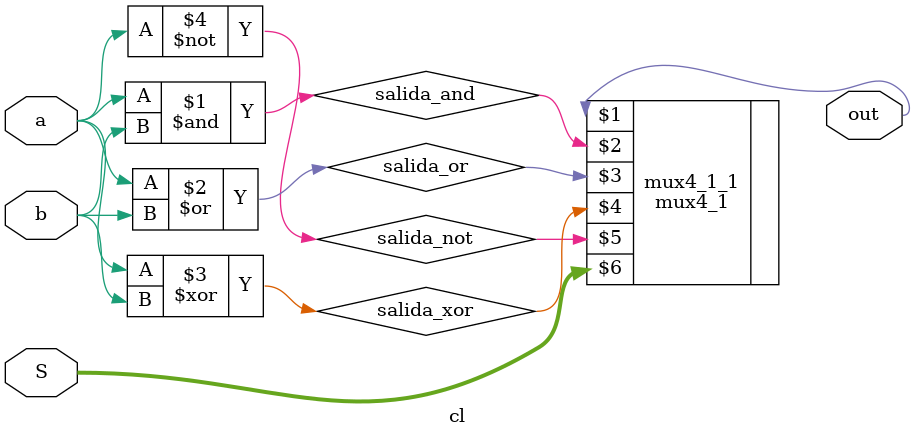
<source format=v>

module cl(output wire out, input wire a, b, input wire [1:0] S);

  wire salida_and, salida_or, salida_xor, salida_not;  // declaro los cables internos

  and and1(salida_and, a, b); // declaramos puerta and.
  or  or1(salida_or, a, b); // declaramos puerta or.
  xor xor1(salida_xor, a, b); // declaramos puerta xor.
  not not1(salida_not, a); // declaramkos puerta not.

  mux4_1 mux4_1_1(out, salida_and, salida_or, salida_xor, salida_not, S); // declaramos el multiplexor

endmodule
</source>
